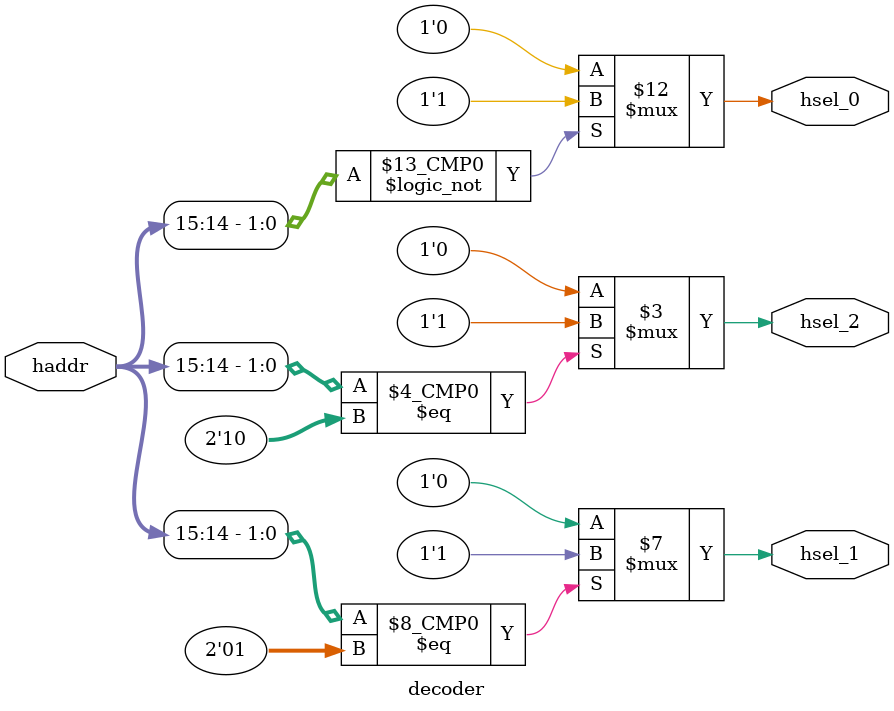
<source format=v>
module decoder(

hsel_0,// hSelect  slave0  
hsel_1,//hSelect  slave1  
hsel_2,//hSelect  slave2  
haddr,// Input address from the Address mux

//sel_slave//To read data response MUX

);

 input [15:0] haddr;
 output hsel_0;
 output hsel_1;
 output hsel_2;
 
 always @(*)
    case (haddr[15:14])
        2'b00:
            begin
              hsel_0 = 1'b1;
              hsel_1 = 1'b0;
              hsel_2 = 1'b0;
            end

        2'b01:
            begin
              hsel_0 = 1'b0;
              hsel_1 = 1'b1;
              hsel_2 = 1'b0;
            end

        2'b10:
            begin
              hsel_0 = 1'b0;
              hsel_1 = 1'b0;
              hsel_2 = 1'b1;
            end
        default:
            begin
              hsel_0 = 1'b0;
              hsel_1 = 1'b0;
              hsel_2 = 1'b0;
            end

    endcase
    


endmodule
</source>
